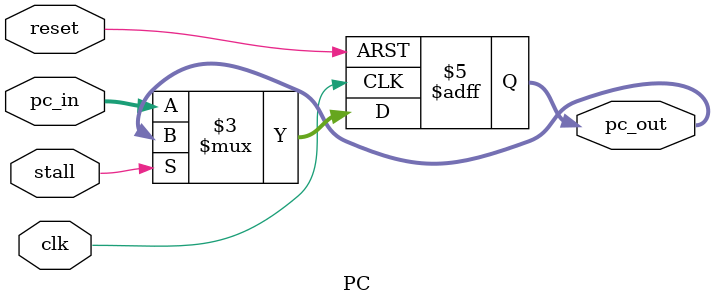
<source format=v>
`timescale 1ns / 1ps

/**
 * PC 模块
 */

`define PC_WIDTH 32
`define PC_BUS (`PC_WIDTH - 1):0

module PC (
    input clk,
    input reset,
    input stall,
    input [`PC_BUS] pc_in,
    output reg [`PC_BUS] pc_out
    );

    always @(negedge clk or posedge reset) begin
        if (reset) pc_out <= `PC_WIDTH'd0;
        else if (stall) pc_out <= pc_out;
        else pc_out <= pc_in;
    end

endmodule

</source>
